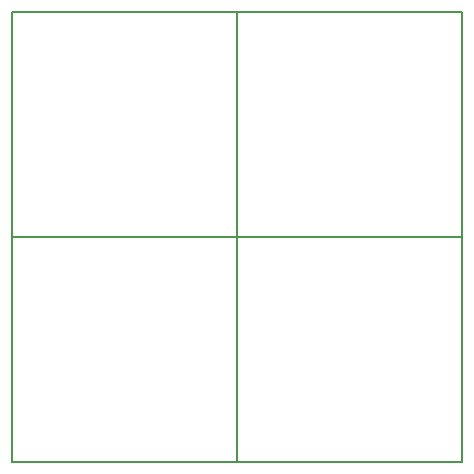
<source format=gbr>
%TF.GenerationSoftware,KiCad,Pcbnew,(5.1.6-0-10_14)*%
%TF.CreationDate,2021-11-12T16:00:31+01:00*%
%TF.ProjectId,Mech50-plate,4d656368-3530-42d7-906c-6174652e6b69,rev?*%
%TF.SameCoordinates,Original*%
%TF.FileFunction,OtherDrawing,Comment*%
%FSLAX46Y46*%
G04 Gerber Fmt 4.6, Leading zero omitted, Abs format (unit mm)*
G04 Created by KiCad (PCBNEW (5.1.6-0-10_14)) date 2021-11-12 16:00:31*
%MOMM*%
%LPD*%
G01*
G04 APERTURE LIST*
%ADD10C,0.150000*%
G04 APERTURE END LIST*
D10*
%TO.C,S-A1*%
X250850000Y-191160000D02*
X269850000Y-191160000D01*
X250850000Y-210160000D02*
X250850000Y-191160000D01*
X269850000Y-210160000D02*
X250850000Y-210160000D01*
X269850000Y-191160000D02*
X269850000Y-210160000D01*
X250800000Y-191160000D02*
X250800000Y-210160000D01*
X250800000Y-210160000D02*
X231800000Y-210160000D01*
X231800000Y-210160000D02*
X231800000Y-191160000D01*
X231800000Y-191160000D02*
X250800000Y-191160000D01*
X269850000Y-172110000D02*
X269850000Y-191110000D01*
X269850000Y-191110000D02*
X250850000Y-191110000D01*
X250850000Y-191110000D02*
X250850000Y-172110000D01*
X250850000Y-172110000D02*
X269850000Y-172110000D01*
X231800000Y-172110000D02*
X250800000Y-172110000D01*
X231800000Y-191110000D02*
X231800000Y-172110000D01*
X250800000Y-191110000D02*
X231800000Y-191110000D01*
X250800000Y-172110000D02*
X250800000Y-191110000D01*
%TD*%
M02*

</source>
